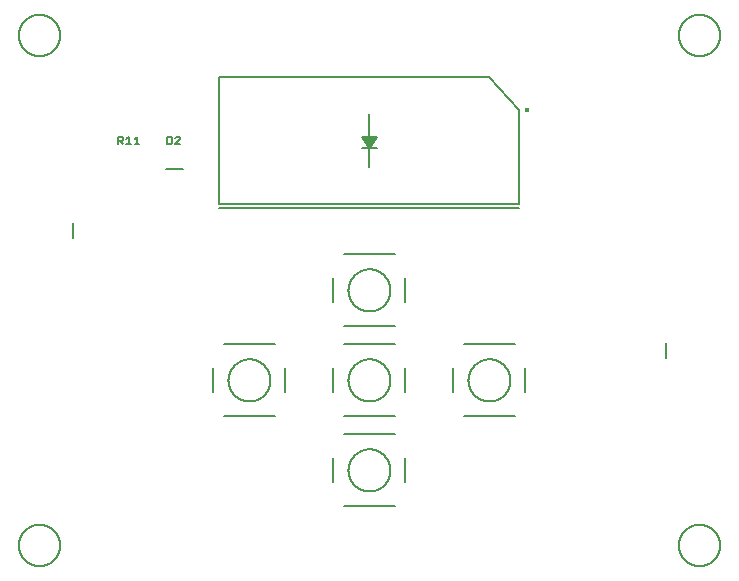
<source format=gto>
G75*
%MOIN*%
%OFA0B0*%
%FSLAX25Y25*%
%IPPOS*%
%LPD*%
%AMOC8*
5,1,8,0,0,1.08239X$1,22.5*
%
%ADD10C,0.00800*%
%ADD11C,0.00500*%
%ADD12C,0.01600*%
%ADD13C,0.00600*%
D10*
X0050705Y0058933D02*
X0050707Y0059102D01*
X0050713Y0059271D01*
X0050724Y0059440D01*
X0050738Y0059608D01*
X0050757Y0059776D01*
X0050780Y0059944D01*
X0050806Y0060111D01*
X0050837Y0060277D01*
X0050872Y0060443D01*
X0050911Y0060607D01*
X0050955Y0060771D01*
X0051002Y0060933D01*
X0051053Y0061094D01*
X0051108Y0061254D01*
X0051167Y0061413D01*
X0051229Y0061570D01*
X0051296Y0061725D01*
X0051367Y0061879D01*
X0051441Y0062031D01*
X0051519Y0062181D01*
X0051600Y0062329D01*
X0051685Y0062475D01*
X0051774Y0062619D01*
X0051866Y0062761D01*
X0051962Y0062900D01*
X0052061Y0063037D01*
X0052163Y0063172D01*
X0052269Y0063304D01*
X0052378Y0063433D01*
X0052490Y0063560D01*
X0052605Y0063684D01*
X0052723Y0063805D01*
X0052844Y0063923D01*
X0052968Y0064038D01*
X0053095Y0064150D01*
X0053224Y0064259D01*
X0053356Y0064365D01*
X0053491Y0064467D01*
X0053628Y0064566D01*
X0053767Y0064662D01*
X0053909Y0064754D01*
X0054053Y0064843D01*
X0054199Y0064928D01*
X0054347Y0065009D01*
X0054497Y0065087D01*
X0054649Y0065161D01*
X0054803Y0065232D01*
X0054958Y0065299D01*
X0055115Y0065361D01*
X0055274Y0065420D01*
X0055434Y0065475D01*
X0055595Y0065526D01*
X0055757Y0065573D01*
X0055921Y0065617D01*
X0056085Y0065656D01*
X0056251Y0065691D01*
X0056417Y0065722D01*
X0056584Y0065748D01*
X0056752Y0065771D01*
X0056920Y0065790D01*
X0057088Y0065804D01*
X0057257Y0065815D01*
X0057426Y0065821D01*
X0057595Y0065823D01*
X0057764Y0065821D01*
X0057933Y0065815D01*
X0058102Y0065804D01*
X0058270Y0065790D01*
X0058438Y0065771D01*
X0058606Y0065748D01*
X0058773Y0065722D01*
X0058939Y0065691D01*
X0059105Y0065656D01*
X0059269Y0065617D01*
X0059433Y0065573D01*
X0059595Y0065526D01*
X0059756Y0065475D01*
X0059916Y0065420D01*
X0060075Y0065361D01*
X0060232Y0065299D01*
X0060387Y0065232D01*
X0060541Y0065161D01*
X0060693Y0065087D01*
X0060843Y0065009D01*
X0060991Y0064928D01*
X0061137Y0064843D01*
X0061281Y0064754D01*
X0061423Y0064662D01*
X0061562Y0064566D01*
X0061699Y0064467D01*
X0061834Y0064365D01*
X0061966Y0064259D01*
X0062095Y0064150D01*
X0062222Y0064038D01*
X0062346Y0063923D01*
X0062467Y0063805D01*
X0062585Y0063684D01*
X0062700Y0063560D01*
X0062812Y0063433D01*
X0062921Y0063304D01*
X0063027Y0063172D01*
X0063129Y0063037D01*
X0063228Y0062900D01*
X0063324Y0062761D01*
X0063416Y0062619D01*
X0063505Y0062475D01*
X0063590Y0062329D01*
X0063671Y0062181D01*
X0063749Y0062031D01*
X0063823Y0061879D01*
X0063894Y0061725D01*
X0063961Y0061570D01*
X0064023Y0061413D01*
X0064082Y0061254D01*
X0064137Y0061094D01*
X0064188Y0060933D01*
X0064235Y0060771D01*
X0064279Y0060607D01*
X0064318Y0060443D01*
X0064353Y0060277D01*
X0064384Y0060111D01*
X0064410Y0059944D01*
X0064433Y0059776D01*
X0064452Y0059608D01*
X0064466Y0059440D01*
X0064477Y0059271D01*
X0064483Y0059102D01*
X0064485Y0058933D01*
X0064483Y0058764D01*
X0064477Y0058595D01*
X0064466Y0058426D01*
X0064452Y0058258D01*
X0064433Y0058090D01*
X0064410Y0057922D01*
X0064384Y0057755D01*
X0064353Y0057589D01*
X0064318Y0057423D01*
X0064279Y0057259D01*
X0064235Y0057095D01*
X0064188Y0056933D01*
X0064137Y0056772D01*
X0064082Y0056612D01*
X0064023Y0056453D01*
X0063961Y0056296D01*
X0063894Y0056141D01*
X0063823Y0055987D01*
X0063749Y0055835D01*
X0063671Y0055685D01*
X0063590Y0055537D01*
X0063505Y0055391D01*
X0063416Y0055247D01*
X0063324Y0055105D01*
X0063228Y0054966D01*
X0063129Y0054829D01*
X0063027Y0054694D01*
X0062921Y0054562D01*
X0062812Y0054433D01*
X0062700Y0054306D01*
X0062585Y0054182D01*
X0062467Y0054061D01*
X0062346Y0053943D01*
X0062222Y0053828D01*
X0062095Y0053716D01*
X0061966Y0053607D01*
X0061834Y0053501D01*
X0061699Y0053399D01*
X0061562Y0053300D01*
X0061423Y0053204D01*
X0061281Y0053112D01*
X0061137Y0053023D01*
X0060991Y0052938D01*
X0060843Y0052857D01*
X0060693Y0052779D01*
X0060541Y0052705D01*
X0060387Y0052634D01*
X0060232Y0052567D01*
X0060075Y0052505D01*
X0059916Y0052446D01*
X0059756Y0052391D01*
X0059595Y0052340D01*
X0059433Y0052293D01*
X0059269Y0052249D01*
X0059105Y0052210D01*
X0058939Y0052175D01*
X0058773Y0052144D01*
X0058606Y0052118D01*
X0058438Y0052095D01*
X0058270Y0052076D01*
X0058102Y0052062D01*
X0057933Y0052051D01*
X0057764Y0052045D01*
X0057595Y0052043D01*
X0057426Y0052045D01*
X0057257Y0052051D01*
X0057088Y0052062D01*
X0056920Y0052076D01*
X0056752Y0052095D01*
X0056584Y0052118D01*
X0056417Y0052144D01*
X0056251Y0052175D01*
X0056085Y0052210D01*
X0055921Y0052249D01*
X0055757Y0052293D01*
X0055595Y0052340D01*
X0055434Y0052391D01*
X0055274Y0052446D01*
X0055115Y0052505D01*
X0054958Y0052567D01*
X0054803Y0052634D01*
X0054649Y0052705D01*
X0054497Y0052779D01*
X0054347Y0052857D01*
X0054199Y0052938D01*
X0054053Y0053023D01*
X0053909Y0053112D01*
X0053767Y0053204D01*
X0053628Y0053300D01*
X0053491Y0053399D01*
X0053356Y0053501D01*
X0053224Y0053607D01*
X0053095Y0053716D01*
X0052968Y0053828D01*
X0052844Y0053943D01*
X0052723Y0054061D01*
X0052605Y0054182D01*
X0052490Y0054306D01*
X0052378Y0054433D01*
X0052269Y0054562D01*
X0052163Y0054694D01*
X0052061Y0054829D01*
X0051962Y0054966D01*
X0051866Y0055105D01*
X0051774Y0055247D01*
X0051685Y0055391D01*
X0051600Y0055537D01*
X0051519Y0055685D01*
X0051441Y0055835D01*
X0051367Y0055987D01*
X0051296Y0056141D01*
X0051229Y0056296D01*
X0051167Y0056453D01*
X0051108Y0056612D01*
X0051053Y0056772D01*
X0051002Y0056933D01*
X0050955Y0057095D01*
X0050911Y0057259D01*
X0050872Y0057423D01*
X0050837Y0057589D01*
X0050806Y0057755D01*
X0050780Y0057922D01*
X0050757Y0058090D01*
X0050738Y0058258D01*
X0050724Y0058426D01*
X0050713Y0058595D01*
X0050707Y0058764D01*
X0050705Y0058933D01*
X0115595Y0109933D02*
X0115595Y0117980D01*
X0119095Y0125933D02*
X0136095Y0125933D01*
X0139595Y0117862D02*
X0139595Y0109933D01*
X0136095Y0101933D02*
X0119095Y0101933D01*
X0120595Y0113933D02*
X0120597Y0114105D01*
X0120603Y0114276D01*
X0120614Y0114448D01*
X0120629Y0114619D01*
X0120648Y0114790D01*
X0120671Y0114960D01*
X0120698Y0115130D01*
X0120730Y0115299D01*
X0120765Y0115467D01*
X0120805Y0115634D01*
X0120849Y0115800D01*
X0120896Y0115965D01*
X0120948Y0116129D01*
X0121004Y0116291D01*
X0121064Y0116452D01*
X0121128Y0116612D01*
X0121196Y0116770D01*
X0121267Y0116926D01*
X0121342Y0117080D01*
X0121422Y0117233D01*
X0121504Y0117383D01*
X0121591Y0117532D01*
X0121681Y0117678D01*
X0121775Y0117822D01*
X0121872Y0117964D01*
X0121973Y0118103D01*
X0122077Y0118240D01*
X0122184Y0118374D01*
X0122295Y0118505D01*
X0122408Y0118634D01*
X0122525Y0118760D01*
X0122645Y0118883D01*
X0122768Y0119003D01*
X0122894Y0119120D01*
X0123023Y0119233D01*
X0123154Y0119344D01*
X0123288Y0119451D01*
X0123425Y0119555D01*
X0123564Y0119656D01*
X0123706Y0119753D01*
X0123850Y0119847D01*
X0123996Y0119937D01*
X0124145Y0120024D01*
X0124295Y0120106D01*
X0124448Y0120186D01*
X0124602Y0120261D01*
X0124758Y0120332D01*
X0124916Y0120400D01*
X0125076Y0120464D01*
X0125237Y0120524D01*
X0125399Y0120580D01*
X0125563Y0120632D01*
X0125728Y0120679D01*
X0125894Y0120723D01*
X0126061Y0120763D01*
X0126229Y0120798D01*
X0126398Y0120830D01*
X0126568Y0120857D01*
X0126738Y0120880D01*
X0126909Y0120899D01*
X0127080Y0120914D01*
X0127252Y0120925D01*
X0127423Y0120931D01*
X0127595Y0120933D01*
X0127767Y0120931D01*
X0127938Y0120925D01*
X0128110Y0120914D01*
X0128281Y0120899D01*
X0128452Y0120880D01*
X0128622Y0120857D01*
X0128792Y0120830D01*
X0128961Y0120798D01*
X0129129Y0120763D01*
X0129296Y0120723D01*
X0129462Y0120679D01*
X0129627Y0120632D01*
X0129791Y0120580D01*
X0129953Y0120524D01*
X0130114Y0120464D01*
X0130274Y0120400D01*
X0130432Y0120332D01*
X0130588Y0120261D01*
X0130742Y0120186D01*
X0130895Y0120106D01*
X0131045Y0120024D01*
X0131194Y0119937D01*
X0131340Y0119847D01*
X0131484Y0119753D01*
X0131626Y0119656D01*
X0131765Y0119555D01*
X0131902Y0119451D01*
X0132036Y0119344D01*
X0132167Y0119233D01*
X0132296Y0119120D01*
X0132422Y0119003D01*
X0132545Y0118883D01*
X0132665Y0118760D01*
X0132782Y0118634D01*
X0132895Y0118505D01*
X0133006Y0118374D01*
X0133113Y0118240D01*
X0133217Y0118103D01*
X0133318Y0117964D01*
X0133415Y0117822D01*
X0133509Y0117678D01*
X0133599Y0117532D01*
X0133686Y0117383D01*
X0133768Y0117233D01*
X0133848Y0117080D01*
X0133923Y0116926D01*
X0133994Y0116770D01*
X0134062Y0116612D01*
X0134126Y0116452D01*
X0134186Y0116291D01*
X0134242Y0116129D01*
X0134294Y0115965D01*
X0134341Y0115800D01*
X0134385Y0115634D01*
X0134425Y0115467D01*
X0134460Y0115299D01*
X0134492Y0115130D01*
X0134519Y0114960D01*
X0134542Y0114790D01*
X0134561Y0114619D01*
X0134576Y0114448D01*
X0134587Y0114276D01*
X0134593Y0114105D01*
X0134595Y0113933D01*
X0134593Y0113761D01*
X0134587Y0113590D01*
X0134576Y0113418D01*
X0134561Y0113247D01*
X0134542Y0113076D01*
X0134519Y0112906D01*
X0134492Y0112736D01*
X0134460Y0112567D01*
X0134425Y0112399D01*
X0134385Y0112232D01*
X0134341Y0112066D01*
X0134294Y0111901D01*
X0134242Y0111737D01*
X0134186Y0111575D01*
X0134126Y0111414D01*
X0134062Y0111254D01*
X0133994Y0111096D01*
X0133923Y0110940D01*
X0133848Y0110786D01*
X0133768Y0110633D01*
X0133686Y0110483D01*
X0133599Y0110334D01*
X0133509Y0110188D01*
X0133415Y0110044D01*
X0133318Y0109902D01*
X0133217Y0109763D01*
X0133113Y0109626D01*
X0133006Y0109492D01*
X0132895Y0109361D01*
X0132782Y0109232D01*
X0132665Y0109106D01*
X0132545Y0108983D01*
X0132422Y0108863D01*
X0132296Y0108746D01*
X0132167Y0108633D01*
X0132036Y0108522D01*
X0131902Y0108415D01*
X0131765Y0108311D01*
X0131626Y0108210D01*
X0131484Y0108113D01*
X0131340Y0108019D01*
X0131194Y0107929D01*
X0131045Y0107842D01*
X0130895Y0107760D01*
X0130742Y0107680D01*
X0130588Y0107605D01*
X0130432Y0107534D01*
X0130274Y0107466D01*
X0130114Y0107402D01*
X0129953Y0107342D01*
X0129791Y0107286D01*
X0129627Y0107234D01*
X0129462Y0107187D01*
X0129296Y0107143D01*
X0129129Y0107103D01*
X0128961Y0107068D01*
X0128792Y0107036D01*
X0128622Y0107009D01*
X0128452Y0106986D01*
X0128281Y0106967D01*
X0128110Y0106952D01*
X0127938Y0106941D01*
X0127767Y0106935D01*
X0127595Y0106933D01*
X0127423Y0106935D01*
X0127252Y0106941D01*
X0127080Y0106952D01*
X0126909Y0106967D01*
X0126738Y0106986D01*
X0126568Y0107009D01*
X0126398Y0107036D01*
X0126229Y0107068D01*
X0126061Y0107103D01*
X0125894Y0107143D01*
X0125728Y0107187D01*
X0125563Y0107234D01*
X0125399Y0107286D01*
X0125237Y0107342D01*
X0125076Y0107402D01*
X0124916Y0107466D01*
X0124758Y0107534D01*
X0124602Y0107605D01*
X0124448Y0107680D01*
X0124295Y0107760D01*
X0124145Y0107842D01*
X0123996Y0107929D01*
X0123850Y0108019D01*
X0123706Y0108113D01*
X0123564Y0108210D01*
X0123425Y0108311D01*
X0123288Y0108415D01*
X0123154Y0108522D01*
X0123023Y0108633D01*
X0122894Y0108746D01*
X0122768Y0108863D01*
X0122645Y0108983D01*
X0122525Y0109106D01*
X0122408Y0109232D01*
X0122295Y0109361D01*
X0122184Y0109492D01*
X0122077Y0109626D01*
X0121973Y0109763D01*
X0121872Y0109902D01*
X0121775Y0110044D01*
X0121681Y0110188D01*
X0121591Y0110334D01*
X0121504Y0110483D01*
X0121422Y0110633D01*
X0121342Y0110786D01*
X0121267Y0110940D01*
X0121196Y0111096D01*
X0121128Y0111254D01*
X0121064Y0111414D01*
X0121004Y0111575D01*
X0120948Y0111737D01*
X0120896Y0111901D01*
X0120849Y0112066D01*
X0120805Y0112232D01*
X0120765Y0112399D01*
X0120730Y0112567D01*
X0120698Y0112736D01*
X0120671Y0112906D01*
X0120648Y0113076D01*
X0120629Y0113247D01*
X0120614Y0113418D01*
X0120603Y0113590D01*
X0120597Y0113761D01*
X0120595Y0113933D01*
X0155595Y0109933D02*
X0155595Y0117980D01*
X0159095Y0125933D02*
X0176095Y0125933D01*
X0176095Y0131933D02*
X0159095Y0131933D01*
X0155595Y0139933D02*
X0155595Y0147980D01*
X0159095Y0155933D02*
X0176095Y0155933D01*
X0179595Y0147862D02*
X0179595Y0139933D01*
X0160595Y0143933D02*
X0160597Y0144105D01*
X0160603Y0144276D01*
X0160614Y0144448D01*
X0160629Y0144619D01*
X0160648Y0144790D01*
X0160671Y0144960D01*
X0160698Y0145130D01*
X0160730Y0145299D01*
X0160765Y0145467D01*
X0160805Y0145634D01*
X0160849Y0145800D01*
X0160896Y0145965D01*
X0160948Y0146129D01*
X0161004Y0146291D01*
X0161064Y0146452D01*
X0161128Y0146612D01*
X0161196Y0146770D01*
X0161267Y0146926D01*
X0161342Y0147080D01*
X0161422Y0147233D01*
X0161504Y0147383D01*
X0161591Y0147532D01*
X0161681Y0147678D01*
X0161775Y0147822D01*
X0161872Y0147964D01*
X0161973Y0148103D01*
X0162077Y0148240D01*
X0162184Y0148374D01*
X0162295Y0148505D01*
X0162408Y0148634D01*
X0162525Y0148760D01*
X0162645Y0148883D01*
X0162768Y0149003D01*
X0162894Y0149120D01*
X0163023Y0149233D01*
X0163154Y0149344D01*
X0163288Y0149451D01*
X0163425Y0149555D01*
X0163564Y0149656D01*
X0163706Y0149753D01*
X0163850Y0149847D01*
X0163996Y0149937D01*
X0164145Y0150024D01*
X0164295Y0150106D01*
X0164448Y0150186D01*
X0164602Y0150261D01*
X0164758Y0150332D01*
X0164916Y0150400D01*
X0165076Y0150464D01*
X0165237Y0150524D01*
X0165399Y0150580D01*
X0165563Y0150632D01*
X0165728Y0150679D01*
X0165894Y0150723D01*
X0166061Y0150763D01*
X0166229Y0150798D01*
X0166398Y0150830D01*
X0166568Y0150857D01*
X0166738Y0150880D01*
X0166909Y0150899D01*
X0167080Y0150914D01*
X0167252Y0150925D01*
X0167423Y0150931D01*
X0167595Y0150933D01*
X0167767Y0150931D01*
X0167938Y0150925D01*
X0168110Y0150914D01*
X0168281Y0150899D01*
X0168452Y0150880D01*
X0168622Y0150857D01*
X0168792Y0150830D01*
X0168961Y0150798D01*
X0169129Y0150763D01*
X0169296Y0150723D01*
X0169462Y0150679D01*
X0169627Y0150632D01*
X0169791Y0150580D01*
X0169953Y0150524D01*
X0170114Y0150464D01*
X0170274Y0150400D01*
X0170432Y0150332D01*
X0170588Y0150261D01*
X0170742Y0150186D01*
X0170895Y0150106D01*
X0171045Y0150024D01*
X0171194Y0149937D01*
X0171340Y0149847D01*
X0171484Y0149753D01*
X0171626Y0149656D01*
X0171765Y0149555D01*
X0171902Y0149451D01*
X0172036Y0149344D01*
X0172167Y0149233D01*
X0172296Y0149120D01*
X0172422Y0149003D01*
X0172545Y0148883D01*
X0172665Y0148760D01*
X0172782Y0148634D01*
X0172895Y0148505D01*
X0173006Y0148374D01*
X0173113Y0148240D01*
X0173217Y0148103D01*
X0173318Y0147964D01*
X0173415Y0147822D01*
X0173509Y0147678D01*
X0173599Y0147532D01*
X0173686Y0147383D01*
X0173768Y0147233D01*
X0173848Y0147080D01*
X0173923Y0146926D01*
X0173994Y0146770D01*
X0174062Y0146612D01*
X0174126Y0146452D01*
X0174186Y0146291D01*
X0174242Y0146129D01*
X0174294Y0145965D01*
X0174341Y0145800D01*
X0174385Y0145634D01*
X0174425Y0145467D01*
X0174460Y0145299D01*
X0174492Y0145130D01*
X0174519Y0144960D01*
X0174542Y0144790D01*
X0174561Y0144619D01*
X0174576Y0144448D01*
X0174587Y0144276D01*
X0174593Y0144105D01*
X0174595Y0143933D01*
X0174593Y0143761D01*
X0174587Y0143590D01*
X0174576Y0143418D01*
X0174561Y0143247D01*
X0174542Y0143076D01*
X0174519Y0142906D01*
X0174492Y0142736D01*
X0174460Y0142567D01*
X0174425Y0142399D01*
X0174385Y0142232D01*
X0174341Y0142066D01*
X0174294Y0141901D01*
X0174242Y0141737D01*
X0174186Y0141575D01*
X0174126Y0141414D01*
X0174062Y0141254D01*
X0173994Y0141096D01*
X0173923Y0140940D01*
X0173848Y0140786D01*
X0173768Y0140633D01*
X0173686Y0140483D01*
X0173599Y0140334D01*
X0173509Y0140188D01*
X0173415Y0140044D01*
X0173318Y0139902D01*
X0173217Y0139763D01*
X0173113Y0139626D01*
X0173006Y0139492D01*
X0172895Y0139361D01*
X0172782Y0139232D01*
X0172665Y0139106D01*
X0172545Y0138983D01*
X0172422Y0138863D01*
X0172296Y0138746D01*
X0172167Y0138633D01*
X0172036Y0138522D01*
X0171902Y0138415D01*
X0171765Y0138311D01*
X0171626Y0138210D01*
X0171484Y0138113D01*
X0171340Y0138019D01*
X0171194Y0137929D01*
X0171045Y0137842D01*
X0170895Y0137760D01*
X0170742Y0137680D01*
X0170588Y0137605D01*
X0170432Y0137534D01*
X0170274Y0137466D01*
X0170114Y0137402D01*
X0169953Y0137342D01*
X0169791Y0137286D01*
X0169627Y0137234D01*
X0169462Y0137187D01*
X0169296Y0137143D01*
X0169129Y0137103D01*
X0168961Y0137068D01*
X0168792Y0137036D01*
X0168622Y0137009D01*
X0168452Y0136986D01*
X0168281Y0136967D01*
X0168110Y0136952D01*
X0167938Y0136941D01*
X0167767Y0136935D01*
X0167595Y0136933D01*
X0167423Y0136935D01*
X0167252Y0136941D01*
X0167080Y0136952D01*
X0166909Y0136967D01*
X0166738Y0136986D01*
X0166568Y0137009D01*
X0166398Y0137036D01*
X0166229Y0137068D01*
X0166061Y0137103D01*
X0165894Y0137143D01*
X0165728Y0137187D01*
X0165563Y0137234D01*
X0165399Y0137286D01*
X0165237Y0137342D01*
X0165076Y0137402D01*
X0164916Y0137466D01*
X0164758Y0137534D01*
X0164602Y0137605D01*
X0164448Y0137680D01*
X0164295Y0137760D01*
X0164145Y0137842D01*
X0163996Y0137929D01*
X0163850Y0138019D01*
X0163706Y0138113D01*
X0163564Y0138210D01*
X0163425Y0138311D01*
X0163288Y0138415D01*
X0163154Y0138522D01*
X0163023Y0138633D01*
X0162894Y0138746D01*
X0162768Y0138863D01*
X0162645Y0138983D01*
X0162525Y0139106D01*
X0162408Y0139232D01*
X0162295Y0139361D01*
X0162184Y0139492D01*
X0162077Y0139626D01*
X0161973Y0139763D01*
X0161872Y0139902D01*
X0161775Y0140044D01*
X0161681Y0140188D01*
X0161591Y0140334D01*
X0161504Y0140483D01*
X0161422Y0140633D01*
X0161342Y0140786D01*
X0161267Y0140940D01*
X0161196Y0141096D01*
X0161128Y0141254D01*
X0161064Y0141414D01*
X0161004Y0141575D01*
X0160948Y0141737D01*
X0160896Y0141901D01*
X0160849Y0142066D01*
X0160805Y0142232D01*
X0160765Y0142399D01*
X0160730Y0142567D01*
X0160698Y0142736D01*
X0160671Y0142906D01*
X0160648Y0143076D01*
X0160629Y0143247D01*
X0160614Y0143418D01*
X0160603Y0143590D01*
X0160597Y0143761D01*
X0160595Y0143933D01*
X0179595Y0117862D02*
X0179595Y0109933D01*
X0176095Y0101933D02*
X0159095Y0101933D01*
X0159095Y0095933D02*
X0176095Y0095933D01*
X0179595Y0087862D02*
X0179595Y0079933D01*
X0176095Y0071933D02*
X0159095Y0071933D01*
X0155595Y0079933D02*
X0155595Y0087980D01*
X0160595Y0083933D02*
X0160597Y0084105D01*
X0160603Y0084276D01*
X0160614Y0084448D01*
X0160629Y0084619D01*
X0160648Y0084790D01*
X0160671Y0084960D01*
X0160698Y0085130D01*
X0160730Y0085299D01*
X0160765Y0085467D01*
X0160805Y0085634D01*
X0160849Y0085800D01*
X0160896Y0085965D01*
X0160948Y0086129D01*
X0161004Y0086291D01*
X0161064Y0086452D01*
X0161128Y0086612D01*
X0161196Y0086770D01*
X0161267Y0086926D01*
X0161342Y0087080D01*
X0161422Y0087233D01*
X0161504Y0087383D01*
X0161591Y0087532D01*
X0161681Y0087678D01*
X0161775Y0087822D01*
X0161872Y0087964D01*
X0161973Y0088103D01*
X0162077Y0088240D01*
X0162184Y0088374D01*
X0162295Y0088505D01*
X0162408Y0088634D01*
X0162525Y0088760D01*
X0162645Y0088883D01*
X0162768Y0089003D01*
X0162894Y0089120D01*
X0163023Y0089233D01*
X0163154Y0089344D01*
X0163288Y0089451D01*
X0163425Y0089555D01*
X0163564Y0089656D01*
X0163706Y0089753D01*
X0163850Y0089847D01*
X0163996Y0089937D01*
X0164145Y0090024D01*
X0164295Y0090106D01*
X0164448Y0090186D01*
X0164602Y0090261D01*
X0164758Y0090332D01*
X0164916Y0090400D01*
X0165076Y0090464D01*
X0165237Y0090524D01*
X0165399Y0090580D01*
X0165563Y0090632D01*
X0165728Y0090679D01*
X0165894Y0090723D01*
X0166061Y0090763D01*
X0166229Y0090798D01*
X0166398Y0090830D01*
X0166568Y0090857D01*
X0166738Y0090880D01*
X0166909Y0090899D01*
X0167080Y0090914D01*
X0167252Y0090925D01*
X0167423Y0090931D01*
X0167595Y0090933D01*
X0167767Y0090931D01*
X0167938Y0090925D01*
X0168110Y0090914D01*
X0168281Y0090899D01*
X0168452Y0090880D01*
X0168622Y0090857D01*
X0168792Y0090830D01*
X0168961Y0090798D01*
X0169129Y0090763D01*
X0169296Y0090723D01*
X0169462Y0090679D01*
X0169627Y0090632D01*
X0169791Y0090580D01*
X0169953Y0090524D01*
X0170114Y0090464D01*
X0170274Y0090400D01*
X0170432Y0090332D01*
X0170588Y0090261D01*
X0170742Y0090186D01*
X0170895Y0090106D01*
X0171045Y0090024D01*
X0171194Y0089937D01*
X0171340Y0089847D01*
X0171484Y0089753D01*
X0171626Y0089656D01*
X0171765Y0089555D01*
X0171902Y0089451D01*
X0172036Y0089344D01*
X0172167Y0089233D01*
X0172296Y0089120D01*
X0172422Y0089003D01*
X0172545Y0088883D01*
X0172665Y0088760D01*
X0172782Y0088634D01*
X0172895Y0088505D01*
X0173006Y0088374D01*
X0173113Y0088240D01*
X0173217Y0088103D01*
X0173318Y0087964D01*
X0173415Y0087822D01*
X0173509Y0087678D01*
X0173599Y0087532D01*
X0173686Y0087383D01*
X0173768Y0087233D01*
X0173848Y0087080D01*
X0173923Y0086926D01*
X0173994Y0086770D01*
X0174062Y0086612D01*
X0174126Y0086452D01*
X0174186Y0086291D01*
X0174242Y0086129D01*
X0174294Y0085965D01*
X0174341Y0085800D01*
X0174385Y0085634D01*
X0174425Y0085467D01*
X0174460Y0085299D01*
X0174492Y0085130D01*
X0174519Y0084960D01*
X0174542Y0084790D01*
X0174561Y0084619D01*
X0174576Y0084448D01*
X0174587Y0084276D01*
X0174593Y0084105D01*
X0174595Y0083933D01*
X0174593Y0083761D01*
X0174587Y0083590D01*
X0174576Y0083418D01*
X0174561Y0083247D01*
X0174542Y0083076D01*
X0174519Y0082906D01*
X0174492Y0082736D01*
X0174460Y0082567D01*
X0174425Y0082399D01*
X0174385Y0082232D01*
X0174341Y0082066D01*
X0174294Y0081901D01*
X0174242Y0081737D01*
X0174186Y0081575D01*
X0174126Y0081414D01*
X0174062Y0081254D01*
X0173994Y0081096D01*
X0173923Y0080940D01*
X0173848Y0080786D01*
X0173768Y0080633D01*
X0173686Y0080483D01*
X0173599Y0080334D01*
X0173509Y0080188D01*
X0173415Y0080044D01*
X0173318Y0079902D01*
X0173217Y0079763D01*
X0173113Y0079626D01*
X0173006Y0079492D01*
X0172895Y0079361D01*
X0172782Y0079232D01*
X0172665Y0079106D01*
X0172545Y0078983D01*
X0172422Y0078863D01*
X0172296Y0078746D01*
X0172167Y0078633D01*
X0172036Y0078522D01*
X0171902Y0078415D01*
X0171765Y0078311D01*
X0171626Y0078210D01*
X0171484Y0078113D01*
X0171340Y0078019D01*
X0171194Y0077929D01*
X0171045Y0077842D01*
X0170895Y0077760D01*
X0170742Y0077680D01*
X0170588Y0077605D01*
X0170432Y0077534D01*
X0170274Y0077466D01*
X0170114Y0077402D01*
X0169953Y0077342D01*
X0169791Y0077286D01*
X0169627Y0077234D01*
X0169462Y0077187D01*
X0169296Y0077143D01*
X0169129Y0077103D01*
X0168961Y0077068D01*
X0168792Y0077036D01*
X0168622Y0077009D01*
X0168452Y0076986D01*
X0168281Y0076967D01*
X0168110Y0076952D01*
X0167938Y0076941D01*
X0167767Y0076935D01*
X0167595Y0076933D01*
X0167423Y0076935D01*
X0167252Y0076941D01*
X0167080Y0076952D01*
X0166909Y0076967D01*
X0166738Y0076986D01*
X0166568Y0077009D01*
X0166398Y0077036D01*
X0166229Y0077068D01*
X0166061Y0077103D01*
X0165894Y0077143D01*
X0165728Y0077187D01*
X0165563Y0077234D01*
X0165399Y0077286D01*
X0165237Y0077342D01*
X0165076Y0077402D01*
X0164916Y0077466D01*
X0164758Y0077534D01*
X0164602Y0077605D01*
X0164448Y0077680D01*
X0164295Y0077760D01*
X0164145Y0077842D01*
X0163996Y0077929D01*
X0163850Y0078019D01*
X0163706Y0078113D01*
X0163564Y0078210D01*
X0163425Y0078311D01*
X0163288Y0078415D01*
X0163154Y0078522D01*
X0163023Y0078633D01*
X0162894Y0078746D01*
X0162768Y0078863D01*
X0162645Y0078983D01*
X0162525Y0079106D01*
X0162408Y0079232D01*
X0162295Y0079361D01*
X0162184Y0079492D01*
X0162077Y0079626D01*
X0161973Y0079763D01*
X0161872Y0079902D01*
X0161775Y0080044D01*
X0161681Y0080188D01*
X0161591Y0080334D01*
X0161504Y0080483D01*
X0161422Y0080633D01*
X0161342Y0080786D01*
X0161267Y0080940D01*
X0161196Y0081096D01*
X0161128Y0081254D01*
X0161064Y0081414D01*
X0161004Y0081575D01*
X0160948Y0081737D01*
X0160896Y0081901D01*
X0160849Y0082066D01*
X0160805Y0082232D01*
X0160765Y0082399D01*
X0160730Y0082567D01*
X0160698Y0082736D01*
X0160671Y0082906D01*
X0160648Y0083076D01*
X0160629Y0083247D01*
X0160614Y0083418D01*
X0160603Y0083590D01*
X0160597Y0083761D01*
X0160595Y0083933D01*
X0160595Y0113933D02*
X0160597Y0114105D01*
X0160603Y0114276D01*
X0160614Y0114448D01*
X0160629Y0114619D01*
X0160648Y0114790D01*
X0160671Y0114960D01*
X0160698Y0115130D01*
X0160730Y0115299D01*
X0160765Y0115467D01*
X0160805Y0115634D01*
X0160849Y0115800D01*
X0160896Y0115965D01*
X0160948Y0116129D01*
X0161004Y0116291D01*
X0161064Y0116452D01*
X0161128Y0116612D01*
X0161196Y0116770D01*
X0161267Y0116926D01*
X0161342Y0117080D01*
X0161422Y0117233D01*
X0161504Y0117383D01*
X0161591Y0117532D01*
X0161681Y0117678D01*
X0161775Y0117822D01*
X0161872Y0117964D01*
X0161973Y0118103D01*
X0162077Y0118240D01*
X0162184Y0118374D01*
X0162295Y0118505D01*
X0162408Y0118634D01*
X0162525Y0118760D01*
X0162645Y0118883D01*
X0162768Y0119003D01*
X0162894Y0119120D01*
X0163023Y0119233D01*
X0163154Y0119344D01*
X0163288Y0119451D01*
X0163425Y0119555D01*
X0163564Y0119656D01*
X0163706Y0119753D01*
X0163850Y0119847D01*
X0163996Y0119937D01*
X0164145Y0120024D01*
X0164295Y0120106D01*
X0164448Y0120186D01*
X0164602Y0120261D01*
X0164758Y0120332D01*
X0164916Y0120400D01*
X0165076Y0120464D01*
X0165237Y0120524D01*
X0165399Y0120580D01*
X0165563Y0120632D01*
X0165728Y0120679D01*
X0165894Y0120723D01*
X0166061Y0120763D01*
X0166229Y0120798D01*
X0166398Y0120830D01*
X0166568Y0120857D01*
X0166738Y0120880D01*
X0166909Y0120899D01*
X0167080Y0120914D01*
X0167252Y0120925D01*
X0167423Y0120931D01*
X0167595Y0120933D01*
X0167767Y0120931D01*
X0167938Y0120925D01*
X0168110Y0120914D01*
X0168281Y0120899D01*
X0168452Y0120880D01*
X0168622Y0120857D01*
X0168792Y0120830D01*
X0168961Y0120798D01*
X0169129Y0120763D01*
X0169296Y0120723D01*
X0169462Y0120679D01*
X0169627Y0120632D01*
X0169791Y0120580D01*
X0169953Y0120524D01*
X0170114Y0120464D01*
X0170274Y0120400D01*
X0170432Y0120332D01*
X0170588Y0120261D01*
X0170742Y0120186D01*
X0170895Y0120106D01*
X0171045Y0120024D01*
X0171194Y0119937D01*
X0171340Y0119847D01*
X0171484Y0119753D01*
X0171626Y0119656D01*
X0171765Y0119555D01*
X0171902Y0119451D01*
X0172036Y0119344D01*
X0172167Y0119233D01*
X0172296Y0119120D01*
X0172422Y0119003D01*
X0172545Y0118883D01*
X0172665Y0118760D01*
X0172782Y0118634D01*
X0172895Y0118505D01*
X0173006Y0118374D01*
X0173113Y0118240D01*
X0173217Y0118103D01*
X0173318Y0117964D01*
X0173415Y0117822D01*
X0173509Y0117678D01*
X0173599Y0117532D01*
X0173686Y0117383D01*
X0173768Y0117233D01*
X0173848Y0117080D01*
X0173923Y0116926D01*
X0173994Y0116770D01*
X0174062Y0116612D01*
X0174126Y0116452D01*
X0174186Y0116291D01*
X0174242Y0116129D01*
X0174294Y0115965D01*
X0174341Y0115800D01*
X0174385Y0115634D01*
X0174425Y0115467D01*
X0174460Y0115299D01*
X0174492Y0115130D01*
X0174519Y0114960D01*
X0174542Y0114790D01*
X0174561Y0114619D01*
X0174576Y0114448D01*
X0174587Y0114276D01*
X0174593Y0114105D01*
X0174595Y0113933D01*
X0174593Y0113761D01*
X0174587Y0113590D01*
X0174576Y0113418D01*
X0174561Y0113247D01*
X0174542Y0113076D01*
X0174519Y0112906D01*
X0174492Y0112736D01*
X0174460Y0112567D01*
X0174425Y0112399D01*
X0174385Y0112232D01*
X0174341Y0112066D01*
X0174294Y0111901D01*
X0174242Y0111737D01*
X0174186Y0111575D01*
X0174126Y0111414D01*
X0174062Y0111254D01*
X0173994Y0111096D01*
X0173923Y0110940D01*
X0173848Y0110786D01*
X0173768Y0110633D01*
X0173686Y0110483D01*
X0173599Y0110334D01*
X0173509Y0110188D01*
X0173415Y0110044D01*
X0173318Y0109902D01*
X0173217Y0109763D01*
X0173113Y0109626D01*
X0173006Y0109492D01*
X0172895Y0109361D01*
X0172782Y0109232D01*
X0172665Y0109106D01*
X0172545Y0108983D01*
X0172422Y0108863D01*
X0172296Y0108746D01*
X0172167Y0108633D01*
X0172036Y0108522D01*
X0171902Y0108415D01*
X0171765Y0108311D01*
X0171626Y0108210D01*
X0171484Y0108113D01*
X0171340Y0108019D01*
X0171194Y0107929D01*
X0171045Y0107842D01*
X0170895Y0107760D01*
X0170742Y0107680D01*
X0170588Y0107605D01*
X0170432Y0107534D01*
X0170274Y0107466D01*
X0170114Y0107402D01*
X0169953Y0107342D01*
X0169791Y0107286D01*
X0169627Y0107234D01*
X0169462Y0107187D01*
X0169296Y0107143D01*
X0169129Y0107103D01*
X0168961Y0107068D01*
X0168792Y0107036D01*
X0168622Y0107009D01*
X0168452Y0106986D01*
X0168281Y0106967D01*
X0168110Y0106952D01*
X0167938Y0106941D01*
X0167767Y0106935D01*
X0167595Y0106933D01*
X0167423Y0106935D01*
X0167252Y0106941D01*
X0167080Y0106952D01*
X0166909Y0106967D01*
X0166738Y0106986D01*
X0166568Y0107009D01*
X0166398Y0107036D01*
X0166229Y0107068D01*
X0166061Y0107103D01*
X0165894Y0107143D01*
X0165728Y0107187D01*
X0165563Y0107234D01*
X0165399Y0107286D01*
X0165237Y0107342D01*
X0165076Y0107402D01*
X0164916Y0107466D01*
X0164758Y0107534D01*
X0164602Y0107605D01*
X0164448Y0107680D01*
X0164295Y0107760D01*
X0164145Y0107842D01*
X0163996Y0107929D01*
X0163850Y0108019D01*
X0163706Y0108113D01*
X0163564Y0108210D01*
X0163425Y0108311D01*
X0163288Y0108415D01*
X0163154Y0108522D01*
X0163023Y0108633D01*
X0162894Y0108746D01*
X0162768Y0108863D01*
X0162645Y0108983D01*
X0162525Y0109106D01*
X0162408Y0109232D01*
X0162295Y0109361D01*
X0162184Y0109492D01*
X0162077Y0109626D01*
X0161973Y0109763D01*
X0161872Y0109902D01*
X0161775Y0110044D01*
X0161681Y0110188D01*
X0161591Y0110334D01*
X0161504Y0110483D01*
X0161422Y0110633D01*
X0161342Y0110786D01*
X0161267Y0110940D01*
X0161196Y0111096D01*
X0161128Y0111254D01*
X0161064Y0111414D01*
X0161004Y0111575D01*
X0160948Y0111737D01*
X0160896Y0111901D01*
X0160849Y0112066D01*
X0160805Y0112232D01*
X0160765Y0112399D01*
X0160730Y0112567D01*
X0160698Y0112736D01*
X0160671Y0112906D01*
X0160648Y0113076D01*
X0160629Y0113247D01*
X0160614Y0113418D01*
X0160603Y0113590D01*
X0160597Y0113761D01*
X0160595Y0113933D01*
X0195595Y0109933D02*
X0195595Y0117980D01*
X0199095Y0125933D02*
X0216095Y0125933D01*
X0219595Y0117862D02*
X0219595Y0109933D01*
X0216095Y0101933D02*
X0199095Y0101933D01*
X0200595Y0113933D02*
X0200597Y0114105D01*
X0200603Y0114276D01*
X0200614Y0114448D01*
X0200629Y0114619D01*
X0200648Y0114790D01*
X0200671Y0114960D01*
X0200698Y0115130D01*
X0200730Y0115299D01*
X0200765Y0115467D01*
X0200805Y0115634D01*
X0200849Y0115800D01*
X0200896Y0115965D01*
X0200948Y0116129D01*
X0201004Y0116291D01*
X0201064Y0116452D01*
X0201128Y0116612D01*
X0201196Y0116770D01*
X0201267Y0116926D01*
X0201342Y0117080D01*
X0201422Y0117233D01*
X0201504Y0117383D01*
X0201591Y0117532D01*
X0201681Y0117678D01*
X0201775Y0117822D01*
X0201872Y0117964D01*
X0201973Y0118103D01*
X0202077Y0118240D01*
X0202184Y0118374D01*
X0202295Y0118505D01*
X0202408Y0118634D01*
X0202525Y0118760D01*
X0202645Y0118883D01*
X0202768Y0119003D01*
X0202894Y0119120D01*
X0203023Y0119233D01*
X0203154Y0119344D01*
X0203288Y0119451D01*
X0203425Y0119555D01*
X0203564Y0119656D01*
X0203706Y0119753D01*
X0203850Y0119847D01*
X0203996Y0119937D01*
X0204145Y0120024D01*
X0204295Y0120106D01*
X0204448Y0120186D01*
X0204602Y0120261D01*
X0204758Y0120332D01*
X0204916Y0120400D01*
X0205076Y0120464D01*
X0205237Y0120524D01*
X0205399Y0120580D01*
X0205563Y0120632D01*
X0205728Y0120679D01*
X0205894Y0120723D01*
X0206061Y0120763D01*
X0206229Y0120798D01*
X0206398Y0120830D01*
X0206568Y0120857D01*
X0206738Y0120880D01*
X0206909Y0120899D01*
X0207080Y0120914D01*
X0207252Y0120925D01*
X0207423Y0120931D01*
X0207595Y0120933D01*
X0207767Y0120931D01*
X0207938Y0120925D01*
X0208110Y0120914D01*
X0208281Y0120899D01*
X0208452Y0120880D01*
X0208622Y0120857D01*
X0208792Y0120830D01*
X0208961Y0120798D01*
X0209129Y0120763D01*
X0209296Y0120723D01*
X0209462Y0120679D01*
X0209627Y0120632D01*
X0209791Y0120580D01*
X0209953Y0120524D01*
X0210114Y0120464D01*
X0210274Y0120400D01*
X0210432Y0120332D01*
X0210588Y0120261D01*
X0210742Y0120186D01*
X0210895Y0120106D01*
X0211045Y0120024D01*
X0211194Y0119937D01*
X0211340Y0119847D01*
X0211484Y0119753D01*
X0211626Y0119656D01*
X0211765Y0119555D01*
X0211902Y0119451D01*
X0212036Y0119344D01*
X0212167Y0119233D01*
X0212296Y0119120D01*
X0212422Y0119003D01*
X0212545Y0118883D01*
X0212665Y0118760D01*
X0212782Y0118634D01*
X0212895Y0118505D01*
X0213006Y0118374D01*
X0213113Y0118240D01*
X0213217Y0118103D01*
X0213318Y0117964D01*
X0213415Y0117822D01*
X0213509Y0117678D01*
X0213599Y0117532D01*
X0213686Y0117383D01*
X0213768Y0117233D01*
X0213848Y0117080D01*
X0213923Y0116926D01*
X0213994Y0116770D01*
X0214062Y0116612D01*
X0214126Y0116452D01*
X0214186Y0116291D01*
X0214242Y0116129D01*
X0214294Y0115965D01*
X0214341Y0115800D01*
X0214385Y0115634D01*
X0214425Y0115467D01*
X0214460Y0115299D01*
X0214492Y0115130D01*
X0214519Y0114960D01*
X0214542Y0114790D01*
X0214561Y0114619D01*
X0214576Y0114448D01*
X0214587Y0114276D01*
X0214593Y0114105D01*
X0214595Y0113933D01*
X0214593Y0113761D01*
X0214587Y0113590D01*
X0214576Y0113418D01*
X0214561Y0113247D01*
X0214542Y0113076D01*
X0214519Y0112906D01*
X0214492Y0112736D01*
X0214460Y0112567D01*
X0214425Y0112399D01*
X0214385Y0112232D01*
X0214341Y0112066D01*
X0214294Y0111901D01*
X0214242Y0111737D01*
X0214186Y0111575D01*
X0214126Y0111414D01*
X0214062Y0111254D01*
X0213994Y0111096D01*
X0213923Y0110940D01*
X0213848Y0110786D01*
X0213768Y0110633D01*
X0213686Y0110483D01*
X0213599Y0110334D01*
X0213509Y0110188D01*
X0213415Y0110044D01*
X0213318Y0109902D01*
X0213217Y0109763D01*
X0213113Y0109626D01*
X0213006Y0109492D01*
X0212895Y0109361D01*
X0212782Y0109232D01*
X0212665Y0109106D01*
X0212545Y0108983D01*
X0212422Y0108863D01*
X0212296Y0108746D01*
X0212167Y0108633D01*
X0212036Y0108522D01*
X0211902Y0108415D01*
X0211765Y0108311D01*
X0211626Y0108210D01*
X0211484Y0108113D01*
X0211340Y0108019D01*
X0211194Y0107929D01*
X0211045Y0107842D01*
X0210895Y0107760D01*
X0210742Y0107680D01*
X0210588Y0107605D01*
X0210432Y0107534D01*
X0210274Y0107466D01*
X0210114Y0107402D01*
X0209953Y0107342D01*
X0209791Y0107286D01*
X0209627Y0107234D01*
X0209462Y0107187D01*
X0209296Y0107143D01*
X0209129Y0107103D01*
X0208961Y0107068D01*
X0208792Y0107036D01*
X0208622Y0107009D01*
X0208452Y0106986D01*
X0208281Y0106967D01*
X0208110Y0106952D01*
X0207938Y0106941D01*
X0207767Y0106935D01*
X0207595Y0106933D01*
X0207423Y0106935D01*
X0207252Y0106941D01*
X0207080Y0106952D01*
X0206909Y0106967D01*
X0206738Y0106986D01*
X0206568Y0107009D01*
X0206398Y0107036D01*
X0206229Y0107068D01*
X0206061Y0107103D01*
X0205894Y0107143D01*
X0205728Y0107187D01*
X0205563Y0107234D01*
X0205399Y0107286D01*
X0205237Y0107342D01*
X0205076Y0107402D01*
X0204916Y0107466D01*
X0204758Y0107534D01*
X0204602Y0107605D01*
X0204448Y0107680D01*
X0204295Y0107760D01*
X0204145Y0107842D01*
X0203996Y0107929D01*
X0203850Y0108019D01*
X0203706Y0108113D01*
X0203564Y0108210D01*
X0203425Y0108311D01*
X0203288Y0108415D01*
X0203154Y0108522D01*
X0203023Y0108633D01*
X0202894Y0108746D01*
X0202768Y0108863D01*
X0202645Y0108983D01*
X0202525Y0109106D01*
X0202408Y0109232D01*
X0202295Y0109361D01*
X0202184Y0109492D01*
X0202077Y0109626D01*
X0201973Y0109763D01*
X0201872Y0109902D01*
X0201775Y0110044D01*
X0201681Y0110188D01*
X0201591Y0110334D01*
X0201504Y0110483D01*
X0201422Y0110633D01*
X0201342Y0110786D01*
X0201267Y0110940D01*
X0201196Y0111096D01*
X0201128Y0111254D01*
X0201064Y0111414D01*
X0201004Y0111575D01*
X0200948Y0111737D01*
X0200896Y0111901D01*
X0200849Y0112066D01*
X0200805Y0112232D01*
X0200765Y0112399D01*
X0200730Y0112567D01*
X0200698Y0112736D01*
X0200671Y0112906D01*
X0200648Y0113076D01*
X0200629Y0113247D01*
X0200614Y0113418D01*
X0200603Y0113590D01*
X0200597Y0113761D01*
X0200595Y0113933D01*
X0266520Y0121433D02*
X0266520Y0126433D01*
X0217595Y0172683D02*
X0217595Y0203933D01*
X0207595Y0215183D01*
X0117595Y0215183D01*
X0117595Y0172683D01*
X0217595Y0172683D01*
X0170095Y0191433D02*
X0165095Y0191433D01*
X0167595Y0185183D02*
X0167595Y0202683D01*
X0105282Y0184484D02*
X0099908Y0184484D01*
X0068670Y0166433D02*
X0068670Y0161433D01*
X0050705Y0228933D02*
X0050707Y0229102D01*
X0050713Y0229271D01*
X0050724Y0229440D01*
X0050738Y0229608D01*
X0050757Y0229776D01*
X0050780Y0229944D01*
X0050806Y0230111D01*
X0050837Y0230277D01*
X0050872Y0230443D01*
X0050911Y0230607D01*
X0050955Y0230771D01*
X0051002Y0230933D01*
X0051053Y0231094D01*
X0051108Y0231254D01*
X0051167Y0231413D01*
X0051229Y0231570D01*
X0051296Y0231725D01*
X0051367Y0231879D01*
X0051441Y0232031D01*
X0051519Y0232181D01*
X0051600Y0232329D01*
X0051685Y0232475D01*
X0051774Y0232619D01*
X0051866Y0232761D01*
X0051962Y0232900D01*
X0052061Y0233037D01*
X0052163Y0233172D01*
X0052269Y0233304D01*
X0052378Y0233433D01*
X0052490Y0233560D01*
X0052605Y0233684D01*
X0052723Y0233805D01*
X0052844Y0233923D01*
X0052968Y0234038D01*
X0053095Y0234150D01*
X0053224Y0234259D01*
X0053356Y0234365D01*
X0053491Y0234467D01*
X0053628Y0234566D01*
X0053767Y0234662D01*
X0053909Y0234754D01*
X0054053Y0234843D01*
X0054199Y0234928D01*
X0054347Y0235009D01*
X0054497Y0235087D01*
X0054649Y0235161D01*
X0054803Y0235232D01*
X0054958Y0235299D01*
X0055115Y0235361D01*
X0055274Y0235420D01*
X0055434Y0235475D01*
X0055595Y0235526D01*
X0055757Y0235573D01*
X0055921Y0235617D01*
X0056085Y0235656D01*
X0056251Y0235691D01*
X0056417Y0235722D01*
X0056584Y0235748D01*
X0056752Y0235771D01*
X0056920Y0235790D01*
X0057088Y0235804D01*
X0057257Y0235815D01*
X0057426Y0235821D01*
X0057595Y0235823D01*
X0057764Y0235821D01*
X0057933Y0235815D01*
X0058102Y0235804D01*
X0058270Y0235790D01*
X0058438Y0235771D01*
X0058606Y0235748D01*
X0058773Y0235722D01*
X0058939Y0235691D01*
X0059105Y0235656D01*
X0059269Y0235617D01*
X0059433Y0235573D01*
X0059595Y0235526D01*
X0059756Y0235475D01*
X0059916Y0235420D01*
X0060075Y0235361D01*
X0060232Y0235299D01*
X0060387Y0235232D01*
X0060541Y0235161D01*
X0060693Y0235087D01*
X0060843Y0235009D01*
X0060991Y0234928D01*
X0061137Y0234843D01*
X0061281Y0234754D01*
X0061423Y0234662D01*
X0061562Y0234566D01*
X0061699Y0234467D01*
X0061834Y0234365D01*
X0061966Y0234259D01*
X0062095Y0234150D01*
X0062222Y0234038D01*
X0062346Y0233923D01*
X0062467Y0233805D01*
X0062585Y0233684D01*
X0062700Y0233560D01*
X0062812Y0233433D01*
X0062921Y0233304D01*
X0063027Y0233172D01*
X0063129Y0233037D01*
X0063228Y0232900D01*
X0063324Y0232761D01*
X0063416Y0232619D01*
X0063505Y0232475D01*
X0063590Y0232329D01*
X0063671Y0232181D01*
X0063749Y0232031D01*
X0063823Y0231879D01*
X0063894Y0231725D01*
X0063961Y0231570D01*
X0064023Y0231413D01*
X0064082Y0231254D01*
X0064137Y0231094D01*
X0064188Y0230933D01*
X0064235Y0230771D01*
X0064279Y0230607D01*
X0064318Y0230443D01*
X0064353Y0230277D01*
X0064384Y0230111D01*
X0064410Y0229944D01*
X0064433Y0229776D01*
X0064452Y0229608D01*
X0064466Y0229440D01*
X0064477Y0229271D01*
X0064483Y0229102D01*
X0064485Y0228933D01*
X0064483Y0228764D01*
X0064477Y0228595D01*
X0064466Y0228426D01*
X0064452Y0228258D01*
X0064433Y0228090D01*
X0064410Y0227922D01*
X0064384Y0227755D01*
X0064353Y0227589D01*
X0064318Y0227423D01*
X0064279Y0227259D01*
X0064235Y0227095D01*
X0064188Y0226933D01*
X0064137Y0226772D01*
X0064082Y0226612D01*
X0064023Y0226453D01*
X0063961Y0226296D01*
X0063894Y0226141D01*
X0063823Y0225987D01*
X0063749Y0225835D01*
X0063671Y0225685D01*
X0063590Y0225537D01*
X0063505Y0225391D01*
X0063416Y0225247D01*
X0063324Y0225105D01*
X0063228Y0224966D01*
X0063129Y0224829D01*
X0063027Y0224694D01*
X0062921Y0224562D01*
X0062812Y0224433D01*
X0062700Y0224306D01*
X0062585Y0224182D01*
X0062467Y0224061D01*
X0062346Y0223943D01*
X0062222Y0223828D01*
X0062095Y0223716D01*
X0061966Y0223607D01*
X0061834Y0223501D01*
X0061699Y0223399D01*
X0061562Y0223300D01*
X0061423Y0223204D01*
X0061281Y0223112D01*
X0061137Y0223023D01*
X0060991Y0222938D01*
X0060843Y0222857D01*
X0060693Y0222779D01*
X0060541Y0222705D01*
X0060387Y0222634D01*
X0060232Y0222567D01*
X0060075Y0222505D01*
X0059916Y0222446D01*
X0059756Y0222391D01*
X0059595Y0222340D01*
X0059433Y0222293D01*
X0059269Y0222249D01*
X0059105Y0222210D01*
X0058939Y0222175D01*
X0058773Y0222144D01*
X0058606Y0222118D01*
X0058438Y0222095D01*
X0058270Y0222076D01*
X0058102Y0222062D01*
X0057933Y0222051D01*
X0057764Y0222045D01*
X0057595Y0222043D01*
X0057426Y0222045D01*
X0057257Y0222051D01*
X0057088Y0222062D01*
X0056920Y0222076D01*
X0056752Y0222095D01*
X0056584Y0222118D01*
X0056417Y0222144D01*
X0056251Y0222175D01*
X0056085Y0222210D01*
X0055921Y0222249D01*
X0055757Y0222293D01*
X0055595Y0222340D01*
X0055434Y0222391D01*
X0055274Y0222446D01*
X0055115Y0222505D01*
X0054958Y0222567D01*
X0054803Y0222634D01*
X0054649Y0222705D01*
X0054497Y0222779D01*
X0054347Y0222857D01*
X0054199Y0222938D01*
X0054053Y0223023D01*
X0053909Y0223112D01*
X0053767Y0223204D01*
X0053628Y0223300D01*
X0053491Y0223399D01*
X0053356Y0223501D01*
X0053224Y0223607D01*
X0053095Y0223716D01*
X0052968Y0223828D01*
X0052844Y0223943D01*
X0052723Y0224061D01*
X0052605Y0224182D01*
X0052490Y0224306D01*
X0052378Y0224433D01*
X0052269Y0224562D01*
X0052163Y0224694D01*
X0052061Y0224829D01*
X0051962Y0224966D01*
X0051866Y0225105D01*
X0051774Y0225247D01*
X0051685Y0225391D01*
X0051600Y0225537D01*
X0051519Y0225685D01*
X0051441Y0225835D01*
X0051367Y0225987D01*
X0051296Y0226141D01*
X0051229Y0226296D01*
X0051167Y0226453D01*
X0051108Y0226612D01*
X0051053Y0226772D01*
X0051002Y0226933D01*
X0050955Y0227095D01*
X0050911Y0227259D01*
X0050872Y0227423D01*
X0050837Y0227589D01*
X0050806Y0227755D01*
X0050780Y0227922D01*
X0050757Y0228090D01*
X0050738Y0228258D01*
X0050724Y0228426D01*
X0050713Y0228595D01*
X0050707Y0228764D01*
X0050705Y0228933D01*
X0270705Y0228933D02*
X0270707Y0229102D01*
X0270713Y0229271D01*
X0270724Y0229440D01*
X0270738Y0229608D01*
X0270757Y0229776D01*
X0270780Y0229944D01*
X0270806Y0230111D01*
X0270837Y0230277D01*
X0270872Y0230443D01*
X0270911Y0230607D01*
X0270955Y0230771D01*
X0271002Y0230933D01*
X0271053Y0231094D01*
X0271108Y0231254D01*
X0271167Y0231413D01*
X0271229Y0231570D01*
X0271296Y0231725D01*
X0271367Y0231879D01*
X0271441Y0232031D01*
X0271519Y0232181D01*
X0271600Y0232329D01*
X0271685Y0232475D01*
X0271774Y0232619D01*
X0271866Y0232761D01*
X0271962Y0232900D01*
X0272061Y0233037D01*
X0272163Y0233172D01*
X0272269Y0233304D01*
X0272378Y0233433D01*
X0272490Y0233560D01*
X0272605Y0233684D01*
X0272723Y0233805D01*
X0272844Y0233923D01*
X0272968Y0234038D01*
X0273095Y0234150D01*
X0273224Y0234259D01*
X0273356Y0234365D01*
X0273491Y0234467D01*
X0273628Y0234566D01*
X0273767Y0234662D01*
X0273909Y0234754D01*
X0274053Y0234843D01*
X0274199Y0234928D01*
X0274347Y0235009D01*
X0274497Y0235087D01*
X0274649Y0235161D01*
X0274803Y0235232D01*
X0274958Y0235299D01*
X0275115Y0235361D01*
X0275274Y0235420D01*
X0275434Y0235475D01*
X0275595Y0235526D01*
X0275757Y0235573D01*
X0275921Y0235617D01*
X0276085Y0235656D01*
X0276251Y0235691D01*
X0276417Y0235722D01*
X0276584Y0235748D01*
X0276752Y0235771D01*
X0276920Y0235790D01*
X0277088Y0235804D01*
X0277257Y0235815D01*
X0277426Y0235821D01*
X0277595Y0235823D01*
X0277764Y0235821D01*
X0277933Y0235815D01*
X0278102Y0235804D01*
X0278270Y0235790D01*
X0278438Y0235771D01*
X0278606Y0235748D01*
X0278773Y0235722D01*
X0278939Y0235691D01*
X0279105Y0235656D01*
X0279269Y0235617D01*
X0279433Y0235573D01*
X0279595Y0235526D01*
X0279756Y0235475D01*
X0279916Y0235420D01*
X0280075Y0235361D01*
X0280232Y0235299D01*
X0280387Y0235232D01*
X0280541Y0235161D01*
X0280693Y0235087D01*
X0280843Y0235009D01*
X0280991Y0234928D01*
X0281137Y0234843D01*
X0281281Y0234754D01*
X0281423Y0234662D01*
X0281562Y0234566D01*
X0281699Y0234467D01*
X0281834Y0234365D01*
X0281966Y0234259D01*
X0282095Y0234150D01*
X0282222Y0234038D01*
X0282346Y0233923D01*
X0282467Y0233805D01*
X0282585Y0233684D01*
X0282700Y0233560D01*
X0282812Y0233433D01*
X0282921Y0233304D01*
X0283027Y0233172D01*
X0283129Y0233037D01*
X0283228Y0232900D01*
X0283324Y0232761D01*
X0283416Y0232619D01*
X0283505Y0232475D01*
X0283590Y0232329D01*
X0283671Y0232181D01*
X0283749Y0232031D01*
X0283823Y0231879D01*
X0283894Y0231725D01*
X0283961Y0231570D01*
X0284023Y0231413D01*
X0284082Y0231254D01*
X0284137Y0231094D01*
X0284188Y0230933D01*
X0284235Y0230771D01*
X0284279Y0230607D01*
X0284318Y0230443D01*
X0284353Y0230277D01*
X0284384Y0230111D01*
X0284410Y0229944D01*
X0284433Y0229776D01*
X0284452Y0229608D01*
X0284466Y0229440D01*
X0284477Y0229271D01*
X0284483Y0229102D01*
X0284485Y0228933D01*
X0284483Y0228764D01*
X0284477Y0228595D01*
X0284466Y0228426D01*
X0284452Y0228258D01*
X0284433Y0228090D01*
X0284410Y0227922D01*
X0284384Y0227755D01*
X0284353Y0227589D01*
X0284318Y0227423D01*
X0284279Y0227259D01*
X0284235Y0227095D01*
X0284188Y0226933D01*
X0284137Y0226772D01*
X0284082Y0226612D01*
X0284023Y0226453D01*
X0283961Y0226296D01*
X0283894Y0226141D01*
X0283823Y0225987D01*
X0283749Y0225835D01*
X0283671Y0225685D01*
X0283590Y0225537D01*
X0283505Y0225391D01*
X0283416Y0225247D01*
X0283324Y0225105D01*
X0283228Y0224966D01*
X0283129Y0224829D01*
X0283027Y0224694D01*
X0282921Y0224562D01*
X0282812Y0224433D01*
X0282700Y0224306D01*
X0282585Y0224182D01*
X0282467Y0224061D01*
X0282346Y0223943D01*
X0282222Y0223828D01*
X0282095Y0223716D01*
X0281966Y0223607D01*
X0281834Y0223501D01*
X0281699Y0223399D01*
X0281562Y0223300D01*
X0281423Y0223204D01*
X0281281Y0223112D01*
X0281137Y0223023D01*
X0280991Y0222938D01*
X0280843Y0222857D01*
X0280693Y0222779D01*
X0280541Y0222705D01*
X0280387Y0222634D01*
X0280232Y0222567D01*
X0280075Y0222505D01*
X0279916Y0222446D01*
X0279756Y0222391D01*
X0279595Y0222340D01*
X0279433Y0222293D01*
X0279269Y0222249D01*
X0279105Y0222210D01*
X0278939Y0222175D01*
X0278773Y0222144D01*
X0278606Y0222118D01*
X0278438Y0222095D01*
X0278270Y0222076D01*
X0278102Y0222062D01*
X0277933Y0222051D01*
X0277764Y0222045D01*
X0277595Y0222043D01*
X0277426Y0222045D01*
X0277257Y0222051D01*
X0277088Y0222062D01*
X0276920Y0222076D01*
X0276752Y0222095D01*
X0276584Y0222118D01*
X0276417Y0222144D01*
X0276251Y0222175D01*
X0276085Y0222210D01*
X0275921Y0222249D01*
X0275757Y0222293D01*
X0275595Y0222340D01*
X0275434Y0222391D01*
X0275274Y0222446D01*
X0275115Y0222505D01*
X0274958Y0222567D01*
X0274803Y0222634D01*
X0274649Y0222705D01*
X0274497Y0222779D01*
X0274347Y0222857D01*
X0274199Y0222938D01*
X0274053Y0223023D01*
X0273909Y0223112D01*
X0273767Y0223204D01*
X0273628Y0223300D01*
X0273491Y0223399D01*
X0273356Y0223501D01*
X0273224Y0223607D01*
X0273095Y0223716D01*
X0272968Y0223828D01*
X0272844Y0223943D01*
X0272723Y0224061D01*
X0272605Y0224182D01*
X0272490Y0224306D01*
X0272378Y0224433D01*
X0272269Y0224562D01*
X0272163Y0224694D01*
X0272061Y0224829D01*
X0271962Y0224966D01*
X0271866Y0225105D01*
X0271774Y0225247D01*
X0271685Y0225391D01*
X0271600Y0225537D01*
X0271519Y0225685D01*
X0271441Y0225835D01*
X0271367Y0225987D01*
X0271296Y0226141D01*
X0271229Y0226296D01*
X0271167Y0226453D01*
X0271108Y0226612D01*
X0271053Y0226772D01*
X0271002Y0226933D01*
X0270955Y0227095D01*
X0270911Y0227259D01*
X0270872Y0227423D01*
X0270837Y0227589D01*
X0270806Y0227755D01*
X0270780Y0227922D01*
X0270757Y0228090D01*
X0270738Y0228258D01*
X0270724Y0228426D01*
X0270713Y0228595D01*
X0270707Y0228764D01*
X0270705Y0228933D01*
X0270705Y0058933D02*
X0270707Y0059102D01*
X0270713Y0059271D01*
X0270724Y0059440D01*
X0270738Y0059608D01*
X0270757Y0059776D01*
X0270780Y0059944D01*
X0270806Y0060111D01*
X0270837Y0060277D01*
X0270872Y0060443D01*
X0270911Y0060607D01*
X0270955Y0060771D01*
X0271002Y0060933D01*
X0271053Y0061094D01*
X0271108Y0061254D01*
X0271167Y0061413D01*
X0271229Y0061570D01*
X0271296Y0061725D01*
X0271367Y0061879D01*
X0271441Y0062031D01*
X0271519Y0062181D01*
X0271600Y0062329D01*
X0271685Y0062475D01*
X0271774Y0062619D01*
X0271866Y0062761D01*
X0271962Y0062900D01*
X0272061Y0063037D01*
X0272163Y0063172D01*
X0272269Y0063304D01*
X0272378Y0063433D01*
X0272490Y0063560D01*
X0272605Y0063684D01*
X0272723Y0063805D01*
X0272844Y0063923D01*
X0272968Y0064038D01*
X0273095Y0064150D01*
X0273224Y0064259D01*
X0273356Y0064365D01*
X0273491Y0064467D01*
X0273628Y0064566D01*
X0273767Y0064662D01*
X0273909Y0064754D01*
X0274053Y0064843D01*
X0274199Y0064928D01*
X0274347Y0065009D01*
X0274497Y0065087D01*
X0274649Y0065161D01*
X0274803Y0065232D01*
X0274958Y0065299D01*
X0275115Y0065361D01*
X0275274Y0065420D01*
X0275434Y0065475D01*
X0275595Y0065526D01*
X0275757Y0065573D01*
X0275921Y0065617D01*
X0276085Y0065656D01*
X0276251Y0065691D01*
X0276417Y0065722D01*
X0276584Y0065748D01*
X0276752Y0065771D01*
X0276920Y0065790D01*
X0277088Y0065804D01*
X0277257Y0065815D01*
X0277426Y0065821D01*
X0277595Y0065823D01*
X0277764Y0065821D01*
X0277933Y0065815D01*
X0278102Y0065804D01*
X0278270Y0065790D01*
X0278438Y0065771D01*
X0278606Y0065748D01*
X0278773Y0065722D01*
X0278939Y0065691D01*
X0279105Y0065656D01*
X0279269Y0065617D01*
X0279433Y0065573D01*
X0279595Y0065526D01*
X0279756Y0065475D01*
X0279916Y0065420D01*
X0280075Y0065361D01*
X0280232Y0065299D01*
X0280387Y0065232D01*
X0280541Y0065161D01*
X0280693Y0065087D01*
X0280843Y0065009D01*
X0280991Y0064928D01*
X0281137Y0064843D01*
X0281281Y0064754D01*
X0281423Y0064662D01*
X0281562Y0064566D01*
X0281699Y0064467D01*
X0281834Y0064365D01*
X0281966Y0064259D01*
X0282095Y0064150D01*
X0282222Y0064038D01*
X0282346Y0063923D01*
X0282467Y0063805D01*
X0282585Y0063684D01*
X0282700Y0063560D01*
X0282812Y0063433D01*
X0282921Y0063304D01*
X0283027Y0063172D01*
X0283129Y0063037D01*
X0283228Y0062900D01*
X0283324Y0062761D01*
X0283416Y0062619D01*
X0283505Y0062475D01*
X0283590Y0062329D01*
X0283671Y0062181D01*
X0283749Y0062031D01*
X0283823Y0061879D01*
X0283894Y0061725D01*
X0283961Y0061570D01*
X0284023Y0061413D01*
X0284082Y0061254D01*
X0284137Y0061094D01*
X0284188Y0060933D01*
X0284235Y0060771D01*
X0284279Y0060607D01*
X0284318Y0060443D01*
X0284353Y0060277D01*
X0284384Y0060111D01*
X0284410Y0059944D01*
X0284433Y0059776D01*
X0284452Y0059608D01*
X0284466Y0059440D01*
X0284477Y0059271D01*
X0284483Y0059102D01*
X0284485Y0058933D01*
X0284483Y0058764D01*
X0284477Y0058595D01*
X0284466Y0058426D01*
X0284452Y0058258D01*
X0284433Y0058090D01*
X0284410Y0057922D01*
X0284384Y0057755D01*
X0284353Y0057589D01*
X0284318Y0057423D01*
X0284279Y0057259D01*
X0284235Y0057095D01*
X0284188Y0056933D01*
X0284137Y0056772D01*
X0284082Y0056612D01*
X0284023Y0056453D01*
X0283961Y0056296D01*
X0283894Y0056141D01*
X0283823Y0055987D01*
X0283749Y0055835D01*
X0283671Y0055685D01*
X0283590Y0055537D01*
X0283505Y0055391D01*
X0283416Y0055247D01*
X0283324Y0055105D01*
X0283228Y0054966D01*
X0283129Y0054829D01*
X0283027Y0054694D01*
X0282921Y0054562D01*
X0282812Y0054433D01*
X0282700Y0054306D01*
X0282585Y0054182D01*
X0282467Y0054061D01*
X0282346Y0053943D01*
X0282222Y0053828D01*
X0282095Y0053716D01*
X0281966Y0053607D01*
X0281834Y0053501D01*
X0281699Y0053399D01*
X0281562Y0053300D01*
X0281423Y0053204D01*
X0281281Y0053112D01*
X0281137Y0053023D01*
X0280991Y0052938D01*
X0280843Y0052857D01*
X0280693Y0052779D01*
X0280541Y0052705D01*
X0280387Y0052634D01*
X0280232Y0052567D01*
X0280075Y0052505D01*
X0279916Y0052446D01*
X0279756Y0052391D01*
X0279595Y0052340D01*
X0279433Y0052293D01*
X0279269Y0052249D01*
X0279105Y0052210D01*
X0278939Y0052175D01*
X0278773Y0052144D01*
X0278606Y0052118D01*
X0278438Y0052095D01*
X0278270Y0052076D01*
X0278102Y0052062D01*
X0277933Y0052051D01*
X0277764Y0052045D01*
X0277595Y0052043D01*
X0277426Y0052045D01*
X0277257Y0052051D01*
X0277088Y0052062D01*
X0276920Y0052076D01*
X0276752Y0052095D01*
X0276584Y0052118D01*
X0276417Y0052144D01*
X0276251Y0052175D01*
X0276085Y0052210D01*
X0275921Y0052249D01*
X0275757Y0052293D01*
X0275595Y0052340D01*
X0275434Y0052391D01*
X0275274Y0052446D01*
X0275115Y0052505D01*
X0274958Y0052567D01*
X0274803Y0052634D01*
X0274649Y0052705D01*
X0274497Y0052779D01*
X0274347Y0052857D01*
X0274199Y0052938D01*
X0274053Y0053023D01*
X0273909Y0053112D01*
X0273767Y0053204D01*
X0273628Y0053300D01*
X0273491Y0053399D01*
X0273356Y0053501D01*
X0273224Y0053607D01*
X0273095Y0053716D01*
X0272968Y0053828D01*
X0272844Y0053943D01*
X0272723Y0054061D01*
X0272605Y0054182D01*
X0272490Y0054306D01*
X0272378Y0054433D01*
X0272269Y0054562D01*
X0272163Y0054694D01*
X0272061Y0054829D01*
X0271962Y0054966D01*
X0271866Y0055105D01*
X0271774Y0055247D01*
X0271685Y0055391D01*
X0271600Y0055537D01*
X0271519Y0055685D01*
X0271441Y0055835D01*
X0271367Y0055987D01*
X0271296Y0056141D01*
X0271229Y0056296D01*
X0271167Y0056453D01*
X0271108Y0056612D01*
X0271053Y0056772D01*
X0271002Y0056933D01*
X0270955Y0057095D01*
X0270911Y0057259D01*
X0270872Y0057423D01*
X0270837Y0057589D01*
X0270806Y0057755D01*
X0270780Y0057922D01*
X0270757Y0058090D01*
X0270738Y0058258D01*
X0270724Y0058426D01*
X0270713Y0058595D01*
X0270707Y0058764D01*
X0270705Y0058933D01*
D11*
X0217595Y0171433D02*
X0117595Y0171433D01*
X0165095Y0195183D02*
X0167595Y0191433D01*
X0170095Y0195183D01*
X0165095Y0195183D01*
X0165239Y0194967D02*
X0169951Y0194967D01*
X0169619Y0194469D02*
X0165571Y0194469D01*
X0165904Y0193970D02*
X0169286Y0193970D01*
X0168954Y0193472D02*
X0166236Y0193472D01*
X0166568Y0192973D02*
X0168622Y0192973D01*
X0168289Y0192475D02*
X0166901Y0192475D01*
X0167233Y0191976D02*
X0167957Y0191976D01*
X0167625Y0191478D02*
X0167565Y0191478D01*
D12*
X0220095Y0203933D03*
D13*
X0104497Y0194735D02*
X0104096Y0195135D01*
X0103295Y0195135D01*
X0102895Y0194735D01*
X0101734Y0194735D02*
X0101334Y0195135D01*
X0100133Y0195135D01*
X0100133Y0192733D01*
X0101334Y0192733D01*
X0101734Y0193133D01*
X0101734Y0194735D01*
X0102895Y0192733D02*
X0104497Y0194334D01*
X0104497Y0194735D01*
X0104497Y0192733D02*
X0102895Y0192733D01*
X0090878Y0192733D02*
X0089276Y0192733D01*
X0090077Y0192733D02*
X0090077Y0195135D01*
X0089276Y0194334D01*
X0088115Y0192733D02*
X0086514Y0192733D01*
X0087315Y0192733D02*
X0087315Y0195135D01*
X0086514Y0194334D01*
X0085353Y0193934D02*
X0085353Y0194735D01*
X0084953Y0195135D01*
X0083752Y0195135D01*
X0083752Y0192733D01*
X0083752Y0193534D02*
X0084953Y0193534D01*
X0085353Y0193934D01*
X0084552Y0193534D02*
X0085353Y0192733D01*
M02*

</source>
